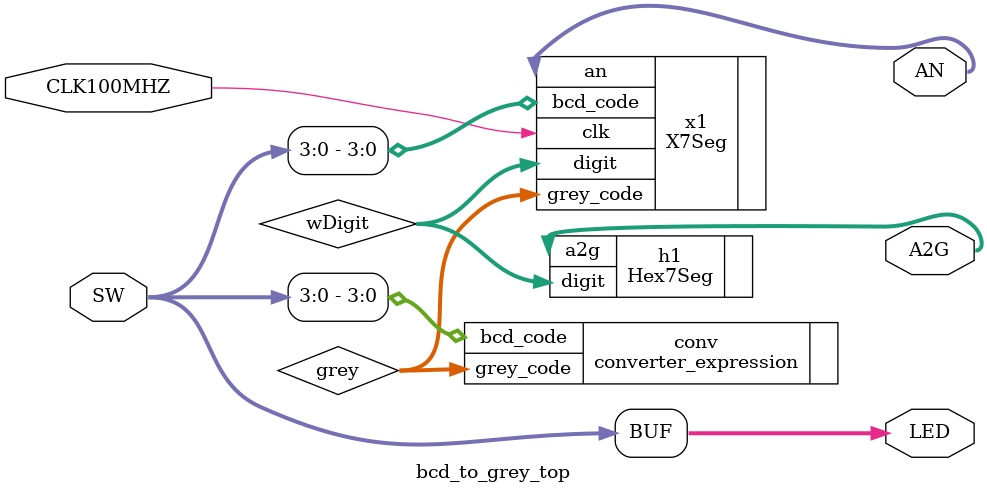
<source format=sv>
`timescale 1ns / 1ps


module bcd_to_grey_top(input logic CLK100MHZ,
                input logic [15:0] SW,
                output logic [15:0] LED,
                output logic [7:0] AN,
                output logic [6:0] A2G
                );
      
      logic [3:0] wDigit;
      logic [3:0] grey;
      
      assign LED = SW;
      
      converter_expression conv(.bcd_code(SW[3:0]),
                        .grey_code(grey));
      
      // 分时复用数码管显示
      X7Seg x1(.clk (CLK100MHZ),
               .bcd_code(SW[3:0]),
               .grey_code(grey),
               .digit(wDigit),
               .an (AN)
               );

      // 单个七段数码管显示
      Hex7Seg h1(.digit(wDigit), .a2g(A2G));
endmodule

</source>
